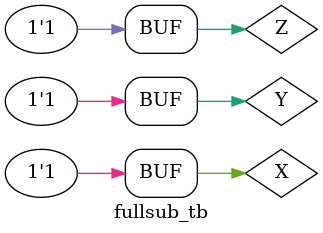
<source format=v>
module fullsub (X ,Y ,Z ,D , B ) ;
    output D , B ;
    input X ,Y , Z ;
    assign D = X ^ Y ^ Z ;
    assign B =( ~X & Y ) |(( X ^ Y ) & Z ) ;
endmodule

module fullsub_tb ;
    reg X ,Y , Z ;
    wire D , B ;
    fullsub gate (X ,Y ,Z ,D , B ) ;
    initial begin
        $dumpfile ("fullsub.vcd") ;
        $dumpvars (0 , fullsub_tb ) ;
        $display ( " X Y Z S C " ) ;
        $monitor (X , " " ,Y , " " ,Z , " " ,D , " " ,B ) ;
        X = 0; Y = 0; Z = 0;#1 
        X = 0; Y = 0; Z = 1;#1 
        X = 0; Y = 1; Z = 0;#1 
        X = 0; Y = 1; Z = 1;#1 
        X = 1; Y = 0; Z = 0;#1 
        X = 1; Y = 0; Z = 1;#1 
        X = 1; Y = 1; Z = 0;#1 
        X = 1; Y = 1; Z = 1;#1;
end
endmodule
</source>
